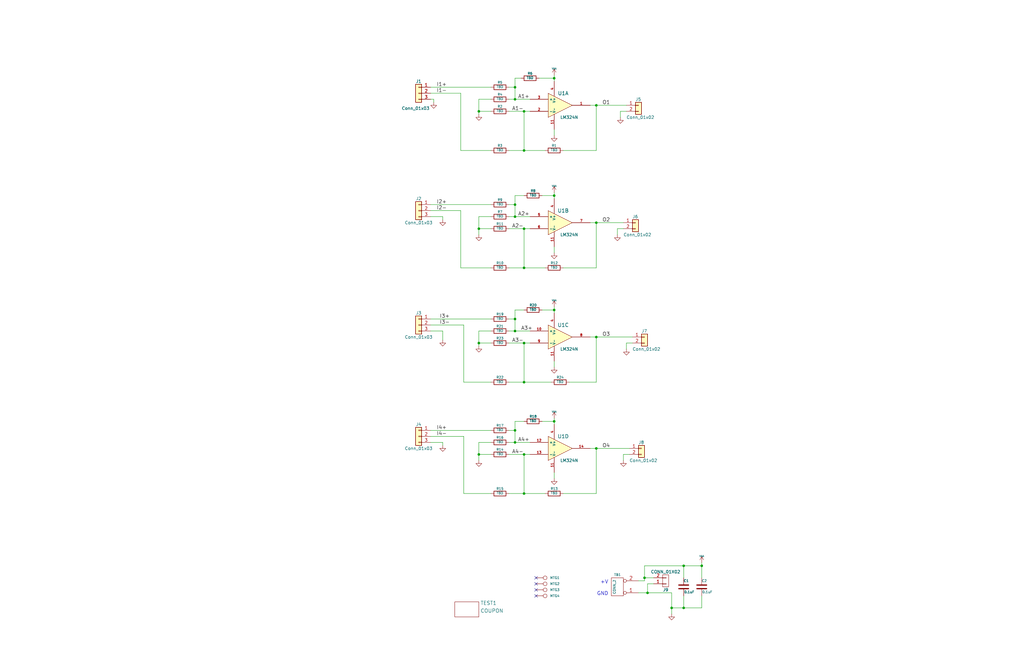
<source format=kicad_sch>
(kicad_sch (version 20211123) (generator eeschema)
  (paper "B")
  (title_block (title "UNI-OPAMP-04") (date "2022-07-29") (rev "1") (company "LAND BOARDS LLC"))
  (lib_symbols
    (symbol "Connector_Generic:Conn_01x02" (pin_names (offset 1.016) hide)
      (property "Reference" "J" (at 0 2.54 0))
      (property "Value" "Conn_01x02" (at 0 -5.08 0))
      (symbol "Conn_01x02_1_1"
        (rectangle (start -1.27 -2.413) (end 0 -2.667) (stroke (width 0.1524)))
        (rectangle (start -1.27 0.127) (end 0 -0.127) (stroke (width 0.1524)))
        (rectangle (start -1.27 1.27) (end 1.27 -3.81) (stroke (width 0.254)) (fill (type background)))
        (pin passive line (at -5.08 0 0) (length 3.81) (name "Pin_1") (number "1"))
        (pin passive line (at -5.08 -2.54 0) (length 3.81) (name "Pin_2") (number "2"))
      )
    )
    (symbol "Connector_Generic:Conn_01x03" (pin_names (offset 1.016) hide)
      (property "Reference" "J" (at 0 5.08 0))
      (property "Value" "Conn_01x03" (at 0 -5.08 0))
      (symbol "Conn_01x03_1_1"
        (rectangle (start -1.27 -2.413) (end 0 -2.667) (stroke (width 0.1524)))
        (rectangle (start -1.27 0.127) (end 0 -0.127) (stroke (width 0.1524)))
        (rectangle (start -1.27 2.667) (end 0 2.413) (stroke (width 0.1524)))
        (rectangle (start -1.27 3.81) (end 1.27 -3.81) (stroke (width 0.254)) (fill (type background)))
        (pin passive line (at -5.08 2.54 0) (length 3.81) (name "Pin_1") (number "1"))
        (pin passive line (at -5.08 0 0) (length 3.81) (name "Pin_2") (number "2"))
        (pin passive line (at -5.08 -2.54 0) (length 3.81) (name "Pin_3") (number "3"))
      )
    )
    (symbol "Device:C" (pin_numbers hide) (pin_names (offset 0.254))
      (property "Reference" "C" (at 0.635 2.54 0))
      (property "Value" "C" (at 0.635 -2.54 0))
      (symbol "C_0_1"
        (polyline (pts (xy -2.032 -0.762) (xy 2.032 -0.762)) (stroke (width 0.508)))
        (polyline (pts (xy -2.032 0.762) (xy 2.032 0.762)) (stroke (width 0.508)))
      )
      (symbol "C_1_1"
        (pin passive line (at 0 3.81 270) (length 2.794) (name "~") (number "1"))
        (pin passive line (at 0 -3.81 90) (length 2.794) (name "~") (number "2"))
      )
    )
    (symbol "Device:R" (pin_numbers hide) (pin_names (offset 0))
      (property "Reference" "R" (at 2.032 0 90))
      (property "Value" "R" (at 0 0 90))
      (symbol "R_0_1"
        (rectangle (start -1.016 -2.54) (end 1.016 2.54) (stroke (width 0.254)))
      )
      (symbol "R_1_1"
        (pin passive line (at 0 3.81 270) (length 1.27) (name "~") (number "1"))
        (pin passive line (at 0 -3.81 90) (length 1.27) (name "~") (number "2"))
      )
    )
    (symbol "LandBoards:COUPON" (pin_names (offset 1.016))
      (property "Reference" "COUP?" (at 0 0 0))
      (property "Value" "COUPON" (at 0 0 0))
      (symbol "COUPON_0_1"
        (rectangle (start -5.08 0) (end 5.08 6.35))
      )
    )
    (symbol "UNI-OPAMP-08-rescue:CONN_01X02" (pin_names (offset 1.016) hide)
      (property "Reference" "P" (at 0 3.81 0))
      (property "Value" "CONN_01X02" (at 2.54 0 90))
      (symbol "CONN_01X02_0_1"
        (rectangle (start -1.27 -1.143) (end 0.254 -1.397))
        (rectangle (start -1.27 1.397) (end 0.254 1.143))
        (rectangle (start -1.27 2.54) (end 1.27 -2.54))
      )
      (symbol "CONN_01X02_1_1"
        (pin passive line (at -5.08 1.27 0) (length 3.81) (name "P1") (number "1"))
        (pin passive line (at -5.08 -1.27 0) (length 3.81) (name "P2") (number "2"))
      )
    )
    (symbol "UNI-OPAMP-08-rescue:CONN_1" (pin_numbers hide) (pin_names (offset 0.762) hide)
      (property "Reference" "P" (at 2.032 0 0))
      (symbol "CONN_1_0_1"
        (polyline (pts (xy -0.762 0) (xy -1.27 0)))
        (circle (center 0 0) (radius 0.7874))
      )
      (symbol "CONN_1_1_1"
        (pin passive line (at -3.81 0 0) (length 2.54) (name "1") (number "1"))
      )
    )
    (symbol "UNI-OPAMP-08-rescue:CONN_2" (pin_names (offset 1.016) hide)
      (property "Reference" "P" (at -1.27 0 90))
      (property "Value" "CONN_2" (at 1.27 0 90))
      (symbol "CONN_2_0_1"
        (rectangle (start -2.54 3.81) (end 2.54 -3.81))
      )
      (symbol "CONN_2_1_1"
        (pin passive inverted (at -8.89 2.54 0) (length 6.35) (name "P1") (number "1"))
        (pin passive inverted (at -8.89 -2.54 0) (length 6.35) (name "PM") (number "2"))
      )
    )
    (symbol "UNI-OPAMP-08-rescue:LM324N"
      (property "Reference" "U" (at 1.27 5.08 0))
      (property "Value" "LM324N" (at 3.81 -5.08 0))
      (symbol "LM324N_0_1"
        (polyline (pts (xy -5.08 5.08) (xy 5.08 0) (xy -5.08 -5.08) (xy -5.08 5.08)) (stroke (width 0.1524)) (fill (type background)))
        (pin power_in line (at -2.54 -10.16 90) (length 6.35) (name "V-") (number "11"))
        (pin power_in line (at -2.54 10.16 270) (length 6.35) (name "V+") (number "4"))
      )
      (symbol "LM324N_1_1"
        (pin output line (at 12.7 0 180) (length 7.62) (name "~") (number "1"))
        (pin input line (at -12.7 -2.54 0) (length 7.62) (name "-") (number "2"))
        (pin input line (at -12.7 2.54 0) (length 7.62) (name "+") (number "3"))
      )
      (symbol "LM324N_2_1"
        (pin input line (at -12.7 2.54 0) (length 7.62) (name "+") (number "5"))
        (pin input line (at -12.7 -2.54 0) (length 7.62) (name "-") (number "6"))
        (pin output line (at 12.7 0 180) (length 7.62) (name "~") (number "7"))
      )
      (symbol "LM324N_3_1"
        (pin input line (at -12.7 2.54 0) (length 7.62) (name "+") (number "10"))
        (pin output line (at 12.7 0 180) (length 7.62) (name "~") (number "8"))
        (pin input line (at -12.7 -2.54 0) (length 7.62) (name "-") (number "9"))
      )
      (symbol "LM324N_4_1"
        (pin input line (at -12.7 2.54 0) (length 7.62) (name "+") (number "12"))
        (pin input line (at -12.7 -2.54 0) (length 7.62) (name "-") (number "13"))
        (pin output line (at 12.7 0 180) (length 7.62) (name "~") (number "14"))
      )
    )
    (symbol "power:GND" (power) (pin_names (offset 0))
      (property "Value" "GND" (at 0 -3.81 0))
      (symbol "GND_0_1"
        (polyline (pts (xy 0 0) (xy 0 -1.27) (xy 1.27 -1.27) (xy 0 -2.54) (xy -1.27 -1.27) (xy 0 -1.27)))
      )
      (symbol "GND_1_1"
        (pin power_in line (at 0 0 270) (length 0) hide (name "GND") (number "1"))
      )
    )
    (symbol "power:VAA" (power) (pin_names (offset 0))
      (property "Value" "VAA" (at 0 3.81 0))
      (symbol "VAA_0_1"
        (polyline (pts (xy -0.762 1.27) (xy 0 2.54)))
        (polyline (pts (xy 0 0) (xy 0 2.54)))
        (polyline (pts (xy 0 2.54) (xy 0.762 1.27)))
      )
      (symbol "VAA_1_1"
        (pin power_in line (at 0 0 90) (length 0) hide (name "VAA") (number "1"))
      )
    )
  )
  (junction (at 201.93 191.77))
  (junction (at 283.21 256.54))
  (junction (at 201.93 144.78))
  (junction (at 220.98 63.5))
  (junction (at 217.17 41.91))
  (junction (at 220.98 161.29))
  (junction (at 288.29 256.54))
  (junction (at 233.68 82.55))
  (junction (at 220.98 144.78))
  (junction (at 251.46 93.98))
  (junction (at 217.17 91.44))
  (junction (at 220.98 46.99))
  (junction (at 220.98 113.03))
  (junction (at 217.17 134.62))
  (junction (at 217.17 86.36))
  (junction (at 220.98 208.28))
  (junction (at 217.17 139.7))
  (junction (at 271.78 243.84))
  (junction (at 288.29 238.76))
  (junction (at 251.46 44.45))
  (junction (at 217.17 186.69))
  (junction (at 295.91 238.76))
  (junction (at 233.68 177.8))
  (junction (at 201.93 46.99))
  (junction (at 251.46 142.24))
  (junction (at 251.46 189.23))
  (junction (at 233.68 130.81))
  (junction (at 220.98 96.52))
  (junction (at 201.93 96.52))
  (junction (at 217.17 36.83))
  (junction (at 233.68 33.02))
  (junction (at 220.98 191.77))
  (junction (at 217.17 181.61))
  (junction (at 273.05 250.19))
  (no_connect (at 226.06 246.38))
  (no_connect (at 226.06 248.92))
  (no_connect (at 226.06 243.84))
  (no_connect (at 226.06 251.46))
  (wire (pts (xy 251.46 93.98) (xy 251.46 113.03)))
  (wire (pts (xy 214.63 96.52) (xy 220.98 96.52)))
  (wire (pts (xy 295.91 237.49) (xy 295.91 238.76)))
  (wire (pts (xy 220.98 113.03) (xy 229.87 113.03)))
  (wire (pts (xy 251.46 44.45) (xy 251.46 63.5)))
  (wire (pts (xy 181.61 88.9) (xy 194.31 88.9)))
  (wire (pts (xy 207.01 96.52) (xy 201.93 96.52)))
  (wire (pts (xy 283.21 256.54) (xy 283.21 259.08)))
  (wire (pts (xy 217.17 36.83) (xy 217.17 41.91)))
  (wire (pts (xy 201.93 191.77) (xy 201.93 194.31)))
  (wire (pts (xy 295.91 256.54) (xy 295.91 251.46)))
  (wire (pts (xy 264.16 46.99) (xy 261.62 46.99)))
  (wire (pts (xy 217.17 177.8) (xy 217.17 181.61)))
  (wire (pts (xy 207.01 46.99) (xy 201.93 46.99)))
  (wire (pts (xy 251.46 93.98) (xy 262.89 93.98)))
  (wire (pts (xy 233.68 104.14) (xy 233.68 106.68)))
  (wire (pts (xy 217.17 130.81) (xy 220.98 130.81)))
  (wire (pts (xy 261.62 46.99) (xy 261.62 49.53)))
  (wire (pts (xy 273.05 246.38) (xy 273.05 250.19)))
  (wire (pts (xy 251.46 189.23) (xy 265.43 189.23)))
  (wire (pts (xy 275.59 246.38) (xy 273.05 246.38)))
  (wire (pts (xy 201.93 41.91) (xy 201.93 46.99)))
  (wire (pts (xy 217.17 33.02) (xy 217.17 36.83)))
  (wire (pts (xy 214.63 208.28) (xy 220.98 208.28)))
  (wire (pts (xy 207.01 41.91) (xy 201.93 41.91)))
  (wire (pts (xy 214.63 186.69) (xy 217.17 186.69)))
  (wire (pts (xy 288.29 251.46) (xy 288.29 256.54)))
  (wire (pts (xy 217.17 91.44) (xy 223.52 91.44)))
  (wire (pts (xy 195.58 184.15) (xy 195.58 208.28)))
  (wire (pts (xy 264.16 144.78) (xy 264.16 147.32)))
  (wire (pts (xy 227.33 33.02) (xy 233.68 33.02)))
  (wire (pts (xy 262.89 191.77) (xy 262.89 194.31)))
  (wire (pts (xy 233.68 33.02) (xy 233.68 34.29)))
  (wire (pts (xy 217.17 134.62) (xy 214.63 134.62)))
  (wire (pts (xy 220.98 208.28) (xy 229.87 208.28)))
  (wire (pts (xy 214.63 144.78) (xy 220.98 144.78)))
  (wire (pts (xy 271.78 243.84) (xy 271.78 238.76)))
  (wire (pts (xy 273.05 250.19) (xy 283.21 250.19)))
  (wire (pts (xy 217.17 134.62) (xy 217.17 139.7)))
  (wire (pts (xy 233.68 177.8) (xy 233.68 179.07)))
  (wire (pts (xy 214.63 63.5) (xy 220.98 63.5)))
  (wire (pts (xy 195.58 161.29) (xy 207.01 161.29)))
  (wire (pts (xy 186.69 186.69) (xy 186.69 187.96)))
  (wire (pts (xy 217.17 186.69) (xy 223.52 186.69)))
  (wire (pts (xy 233.68 130.81) (xy 233.68 132.08)))
  (wire (pts (xy 207.01 181.61) (xy 181.61 181.61)))
  (wire (pts (xy 214.63 113.03) (xy 220.98 113.03)))
  (wire (pts (xy 201.93 46.99) (xy 201.93 48.26)))
  (wire (pts (xy 288.29 243.84) (xy 288.29 238.76)))
  (wire (pts (xy 271.78 245.11) (xy 271.78 243.84)))
  (wire (pts (xy 251.46 161.29) (xy 240.03 161.29)))
  (wire (pts (xy 269.24 250.19) (xy 273.05 250.19)))
  (wire (pts (xy 182.88 41.91) (xy 182.88 43.18)))
  (wire (pts (xy 248.92 93.98) (xy 251.46 93.98)))
  (wire (pts (xy 251.46 208.28) (xy 237.49 208.28)))
  (wire (pts (xy 217.17 139.7) (xy 223.52 139.7)))
  (wire (pts (xy 233.68 130.81) (xy 228.6 130.81)))
  (wire (pts (xy 220.98 161.29) (xy 232.41 161.29)))
  (wire (pts (xy 214.63 139.7) (xy 217.17 139.7)))
  (wire (pts (xy 207.01 139.7) (xy 201.93 139.7)))
  (wire (pts (xy 220.98 191.77) (xy 223.52 191.77)))
  (wire (pts (xy 181.61 39.37) (xy 194.31 39.37)))
  (wire (pts (xy 233.68 199.39) (xy 233.68 201.93)))
  (wire (pts (xy 201.93 144.78) (xy 201.93 146.05)))
  (wire (pts (xy 201.93 186.69) (xy 201.93 191.77)))
  (wire (pts (xy 181.61 184.15) (xy 195.58 184.15)))
  (wire (pts (xy 194.31 39.37) (xy 194.31 63.5)))
  (wire (pts (xy 214.63 46.99) (xy 220.98 46.99)))
  (wire (pts (xy 233.68 82.55) (xy 228.6 82.55)))
  (wire (pts (xy 207.01 36.83) (xy 181.61 36.83)))
  (wire (pts (xy 194.31 63.5) (xy 207.01 63.5)))
  (wire (pts (xy 195.58 208.28) (xy 207.01 208.28)))
  (wire (pts (xy 266.7 144.78) (xy 264.16 144.78)))
  (wire (pts (xy 207.01 144.78) (xy 201.93 144.78)))
  (wire (pts (xy 220.98 161.29) (xy 220.98 144.78)))
  (wire (pts (xy 217.17 82.55) (xy 217.17 86.36)))
  (wire (pts (xy 207.01 91.44) (xy 201.93 91.44)))
  (wire (pts (xy 283.21 250.19) (xy 283.21 256.54)))
  (wire (pts (xy 220.98 63.5) (xy 220.98 46.99)))
  (wire (pts (xy 220.98 63.5) (xy 229.87 63.5)))
  (wire (pts (xy 181.61 186.69) (xy 186.69 186.69)))
  (wire (pts (xy 181.61 137.16) (xy 195.58 137.16)))
  (wire (pts (xy 219.71 33.02) (xy 217.17 33.02)))
  (wire (pts (xy 217.17 86.36) (xy 214.63 86.36)))
  (wire (pts (xy 217.17 181.61) (xy 214.63 181.61)))
  (wire (pts (xy 288.29 238.76) (xy 295.91 238.76)))
  (wire (pts (xy 251.46 44.45) (xy 264.16 44.45)))
  (wire (pts (xy 233.68 81.28) (xy 233.68 82.55)))
  (wire (pts (xy 207.01 191.77) (xy 201.93 191.77)))
  (wire (pts (xy 201.93 91.44) (xy 201.93 96.52)))
  (wire (pts (xy 214.63 41.91) (xy 217.17 41.91)))
  (wire (pts (xy 207.01 86.36) (xy 181.61 86.36)))
  (wire (pts (xy 186.69 139.7) (xy 186.69 143.51)))
  (wire (pts (xy 181.61 139.7) (xy 186.69 139.7)))
  (wire (pts (xy 207.01 186.69) (xy 201.93 186.69)))
  (wire (pts (xy 248.92 189.23) (xy 251.46 189.23)))
  (wire (pts (xy 194.31 88.9) (xy 194.31 113.03)))
  (wire (pts (xy 251.46 142.24) (xy 266.7 142.24)))
  (wire (pts (xy 214.63 191.77) (xy 220.98 191.77)))
  (wire (pts (xy 233.68 31.75) (xy 233.68 33.02)))
  (wire (pts (xy 214.63 161.29) (xy 220.98 161.29)))
  (wire (pts (xy 233.68 54.61) (xy 233.68 57.15)))
  (wire (pts (xy 207.01 134.62) (xy 181.61 134.62)))
  (wire (pts (xy 214.63 91.44) (xy 217.17 91.44)))
  (wire (pts (xy 248.92 142.24) (xy 251.46 142.24)))
  (wire (pts (xy 233.68 129.54) (xy 233.68 130.81)))
  (wire (pts (xy 233.68 82.55) (xy 233.68 83.82)))
  (wire (pts (xy 217.17 36.83) (xy 214.63 36.83)))
  (wire (pts (xy 220.98 144.78) (xy 223.52 144.78)))
  (wire (pts (xy 195.58 137.16) (xy 195.58 161.29)))
  (wire (pts (xy 220.98 96.52) (xy 223.52 96.52)))
  (wire (pts (xy 220.98 208.28) (xy 220.98 191.77)))
  (wire (pts (xy 186.69 91.44) (xy 186.69 92.71)))
  (wire (pts (xy 228.6 177.8) (xy 233.68 177.8)))
  (wire (pts (xy 233.68 152.4) (xy 233.68 154.94)))
  (wire (pts (xy 217.17 82.55) (xy 220.98 82.55)))
  (wire (pts (xy 295.91 243.84) (xy 295.91 238.76)))
  (wire (pts (xy 251.46 113.03) (xy 237.49 113.03)))
  (wire (pts (xy 217.17 177.8) (xy 220.98 177.8)))
  (wire (pts (xy 288.29 256.54) (xy 295.91 256.54)))
  (wire (pts (xy 260.35 96.52) (xy 260.35 99.06)))
  (wire (pts (xy 181.61 41.91) (xy 182.88 41.91)))
  (wire (pts (xy 217.17 41.91) (xy 223.52 41.91)))
  (wire (pts (xy 251.46 63.5) (xy 237.49 63.5)))
  (wire (pts (xy 201.93 96.52) (xy 201.93 99.06)))
  (wire (pts (xy 220.98 46.99) (xy 223.52 46.99)))
  (wire (pts (xy 262.89 96.52) (xy 260.35 96.52)))
  (wire (pts (xy 265.43 191.77) (xy 262.89 191.77)))
  (wire (pts (xy 220.98 113.03) (xy 220.98 96.52)))
  (wire (pts (xy 194.31 113.03) (xy 207.01 113.03)))
  (wire (pts (xy 251.46 142.24) (xy 251.46 161.29)))
  (wire (pts (xy 283.21 256.54) (xy 288.29 256.54)))
  (wire (pts (xy 217.17 130.81) (xy 217.17 134.62)))
  (wire (pts (xy 201.93 139.7) (xy 201.93 144.78)))
  (wire (pts (xy 251.46 189.23) (xy 251.46 208.28)))
  (wire (pts (xy 275.59 243.84) (xy 271.78 243.84)))
  (wire (pts (xy 271.78 238.76) (xy 288.29 238.76)))
  (wire (pts (xy 181.61 91.44) (xy 186.69 91.44)))
  (wire (pts (xy 217.17 86.36) (xy 217.17 91.44)))
  (wire (pts (xy 269.24 245.11) (xy 271.78 245.11)))
  (wire (pts (xy 217.17 181.61) (xy 217.17 186.69)))
  (wire (pts (xy 233.68 176.53) (xy 233.68 177.8)))
  (wire (pts (xy 248.92 44.45) (xy 251.46 44.45)))
  (text "+V\n\nGND" (at 256.54 251.46 180) (effects (font (size 1.524 1.524)) (justify right bottom)))
  (label "A3+" (at 219.71 139.7 0) (effects (font (size 1.524 1.524))))
  (label "A4+" (at 218.44 186.69 0) (effects (font (size 1.524 1.524))))
  (label "I1+" (at 184.15 36.83 0) (effects (font (size 1.524 1.524))))
  (label "A3-" (at 215.9 144.78 0) (effects (font (size 1.524 1.524))))
  (label "O3" (at 254 142.24 0) (effects (font (size 1.524 1.524))))
  (label "O4" (at 254 189.23 0) (effects (font (size 1.524 1.524))))
  (label "I2+" (at 184.15 86.36 0) (effects (font (size 1.524 1.524))))
  (label "I4-" (at 184.15 184.15 0) (effects (font (size 1.524 1.524))))
  (label "A1-" (at 215.9 46.99 0) (effects (font (size 1.524 1.524))))
  (label "O1" (at 254 44.45 0) (effects (font (size 1.524 1.524))))
  (label "A2+" (at 218.44 91.44 0) (effects (font (size 1.524 1.524))))
  (label "A2-" (at 215.9 96.52 0) (effects (font (size 1.524 1.524))))
  (label "I3-" (at 185.42 137.16 0) (effects (font (size 1.524 1.524))))
  (label "A4-" (at 215.9 191.77 0) (effects (font (size 1.524 1.524))))
  (label "A1+" (at 218.44 41.91 0) (effects (font (size 1.524 1.524))))
  (label "I1-" (at 184.15 39.37 0) (effects (font (size 1.524 1.524))))
  (label "I4+" (at 184.15 181.61 0) (effects (font (size 1.524 1.524))))
  (label "I3+" (at 185.42 134.62 0) (effects (font (size 1.524 1.524))))
  (label "O2" (at 254 93.98 0) (effects (font (size 1.524 1.524))))
  (label "I2-" (at 184.15 88.9 0) (effects (font (size 1.524 1.524))))
  (symbol (lib_id "UNI-OPAMP-08-rescue:CONN_1") (at 229.87 251.46 0) (unit 1)
    (property "Reference" "MTG4" (at 231.902 251.46 0) (effects (font (size 1.016 1.016)) (justify left)))
    (property "Value" "CONN_1" (effects hide))
    (property "Footprint" "MTG-4-40" (effects hide))
  )
  (symbol (lib_id "UNI-OPAMP-08-rescue:CONN_1") (at 229.87 248.92 0) (unit 1)
    (property "Reference" "MTG3" (at 231.902 248.92 0) (effects (font (size 1.016 1.016)) (justify left)))
    (property "Value" "CONN_1" (effects hide))
    (property "Footprint" "MTG-4-40" (effects hide))
  )
  (symbol (lib_id "UNI-OPAMP-08-rescue:CONN_1") (at 229.87 246.38 0) (unit 1)
    (property "Reference" "MTG2" (at 231.902 246.38 0) (effects (font (size 1.016 1.016)) (justify left)))
    (property "Value" "CONN_1" (effects hide))
    (property "Footprint" "MTG-4-40" (effects hide))
  )
  (symbol (lib_id "UNI-OPAMP-08-rescue:CONN_1") (at 229.87 243.84 0) (unit 1)
    (property "Reference" "MTG1" (at 231.902 243.84 0) (effects (font (size 1.016 1.016)) (justify left)))
    (property "Value" "CONN_1" (effects hide))
    (property "Footprint" "MTG-4-40" (effects hide))
  )
  (symbol (lib_id "UNI-OPAMP-08-rescue:LM324N") (at 236.22 93.98 0) (unit 2)
    (property "Reference" "U1" (at 237.49 88.9 0) (effects (font (size 1.524 1.524))))
    (property "Value" "LM324N" (at 240.03 99.06 0))
    (property "Footprint" "Package_DIP:DIP-14_W7.62mm_Socket" (effects hide))
  )
  (symbol (lib_id "UNI-OPAMP-08-rescue:LM324N") (at 236.22 44.45 0) (unit 1)
    (property "Reference" "U1" (at 237.49 39.37 0) (effects (font (size 1.524 1.524))))
    (property "Value" "LM324N" (at 240.03 49.53 0))
    (property "Footprint" "Package_DIP:DIP-14_W7.62mm_Socket" (effects hide))
  )
  (symbol (lib_id "UNI-OPAMP-08-rescue:CONN_2") (at 260.35 247.65 180) (unit 1)
    (property "Reference" "TB1" (at 260.35 242.57 0) (effects (font (size 1.016 1.016))))
    (property "Value" "CONN_2" (at 259.08 247.65 90) (effects (font (size 1.016 1.016))))
    (property "Footprint" "dougsLib:TB2-5MM" (effects hide))
  )
  (symbol (lib_id "power:GND") (at 233.68 57.15 0) (unit 1)
    (property "Reference" "#PWR03" (effects hide))
    (property "Value" "GND" (effects hide))
  )
  (symbol (lib_id "power:GND") (at 233.68 106.68 0) (unit 1)
    (property "Reference" "#PWR04" (effects hide))
    (property "Value" "GND" (effects hide))
  )
  (symbol (lib_id "Device:C") (at 288.29 247.65 0) (unit 1)
    (property "Reference" "C1" (at 288.29 245.11 0) (effects (font (size 1.016 1.016)) (justify left)))
    (property "Value" "0.1uF" (at 288.4424 249.809 0) (effects (font (size 1.016 1.016)) (justify left)))
    (property "Footprint" "Capacitor_THT:C_Rect_L4.0mm_W2.5mm_P2.50mm" (effects hide))
  )
  (symbol (lib_id "Device:C") (at 295.91 247.65 0) (unit 1)
    (property "Reference" "C2" (at 295.91 245.11 0) (effects (font (size 1.016 1.016)) (justify left)))
    (property "Value" "0.1uF" (at 296.0624 249.809 0) (effects (font (size 1.016 1.016)) (justify left)))
    (property "Footprint" "Capacitor_THT:C_Rect_L4.0mm_W2.5mm_P2.50mm" (effects hide))
  )
  (symbol (lib_id "power:GND") (at 283.21 259.08 0) (unit 1)
    (property "Reference" "#PWR05" (effects hide))
    (property "Value" "GND" (effects hide))
  )
  (symbol (lib_id "power:VAA") (at 295.91 237.49 0) (unit 1)
    (property "Reference" "#PWR06" (effects hide))
    (property "Value" "VAA" (at 295.91 234.696 0) (effects (font (size 0.762 0.762))))
  )
  (symbol (lib_id "power:VAA") (at 233.68 31.75 0) (unit 1)
    (property "Reference" "#PWR07" (effects hide))
    (property "Value" "VAA" (at 233.68 28.956 0) (effects (font (size 0.762 0.762))))
  )
  (symbol (lib_id "power:VAA") (at 233.68 81.28 0) (unit 1)
    (property "Reference" "#PWR08" (effects hide))
    (property "Value" "VAA" (at 233.68 78.486 0) (effects (font (size 0.762 0.762))))
  )
  (symbol (lib_id "Device:R") (at 233.68 63.5 90) (unit 1)
    (property "Reference" "R1" (at 233.68 61.468 90) (effects (font (size 1.016 1.016))))
    (property "Value" "TBD" (at 233.6546 63.3222 90) (effects (font (size 1.016 1.016))))
    (property "Footprint" "Resistor_THT:R_Axial_DIN0204_L3.6mm_D1.6mm_P7.62mm_Horizontal" (effects hide))
  )
  (symbol (lib_id "Device:R") (at 210.82 63.5 90) (unit 1)
    (property "Reference" "R3" (at 210.82 61.468 90) (effects (font (size 1.016 1.016))))
    (property "Value" "TBD" (at 210.7946 63.3222 90) (effects (font (size 1.016 1.016))))
    (property "Footprint" "Resistor_THT:R_Axial_DIN0204_L3.6mm_D1.6mm_P7.62mm_Horizontal" (effects hide))
  )
  (symbol (lib_id "Device:R") (at 233.68 113.03 90) (unit 1)
    (property "Reference" "R12" (at 233.68 110.998 90) (effects (font (size 1.016 1.016))))
    (property "Value" "TBD" (at 233.6546 112.8522 90) (effects (font (size 1.016 1.016))))
    (property "Footprint" "Resistor_THT:R_Axial_DIN0204_L3.6mm_D1.6mm_P7.62mm_Horizontal" (effects hide))
  )
  (symbol (lib_id "Device:R") (at 210.82 113.03 90) (unit 1)
    (property "Reference" "R10" (at 210.82 110.998 90) (effects (font (size 1.016 1.016))))
    (property "Value" "TBD" (at 210.7946 112.8522 90) (effects (font (size 1.016 1.016))))
    (property "Footprint" "Resistor_THT:R_Axial_DIN0204_L3.6mm_D1.6mm_P7.62mm_Horizontal" (effects hide))
  )
  (symbol (lib_id "power:GND") (at 201.93 48.26 0) (unit 1)
    (property "Reference" "#PWR013" (effects hide))
    (property "Value" "GND" (effects hide))
  )
  (symbol (lib_id "Device:R") (at 210.82 36.83 90) (unit 1)
    (property "Reference" "R5" (at 210.82 34.798 90) (effects (font (size 1.016 1.016))))
    (property "Value" "TBD" (at 210.7946 36.6522 90) (effects (font (size 1.016 1.016))))
    (property "Footprint" "Resistor_THT:R_Axial_DIN0204_L3.6mm_D1.6mm_P7.62mm_Horizontal" (effects hide))
  )
  (symbol (lib_id "Device:R") (at 210.82 41.91 90) (unit 1)
    (property "Reference" "R4" (at 210.82 39.878 90) (effects (font (size 1.016 1.016))))
    (property "Value" "TBD" (at 210.7946 41.7322 90) (effects (font (size 1.016 1.016))))
    (property "Footprint" "Resistor_THT:R_Axial_DIN0204_L3.6mm_D1.6mm_P7.62mm_Horizontal" (effects hide))
  )
  (symbol (lib_id "power:GND") (at 201.93 99.06 0) (unit 1)
    (property "Reference" "#PWR014" (effects hide))
    (property "Value" "GND" (effects hide))
  )
  (symbol (lib_id "Device:R") (at 210.82 86.36 90) (unit 1)
    (property "Reference" "R9" (at 210.82 84.328 90) (effects (font (size 1.016 1.016))))
    (property "Value" "TBD" (at 210.7946 86.1822 90) (effects (font (size 1.016 1.016))))
    (property "Footprint" "Resistor_THT:R_Axial_DIN0204_L3.6mm_D1.6mm_P7.62mm_Horizontal" (effects hide))
  )
  (symbol (lib_id "Device:R") (at 210.82 91.44 90) (unit 1)
    (property "Reference" "R7" (at 210.82 89.408 90) (effects (font (size 1.016 1.016))))
    (property "Value" "TBD" (at 210.7946 91.2622 90) (effects (font (size 1.016 1.016))))
    (property "Footprint" "Resistor_THT:R_Axial_DIN0204_L3.6mm_D1.6mm_P7.62mm_Horizontal" (effects hide))
  )
  (symbol (lib_id "Device:R") (at 210.82 46.99 90) (unit 1)
    (property "Reference" "R2" (at 210.82 44.958 90) (effects (font (size 1.016 1.016))))
    (property "Value" "TBD" (at 210.7946 46.8122 90) (effects (font (size 1.016 1.016))))
    (property "Footprint" "Resistor_THT:R_Axial_DIN0204_L3.6mm_D1.6mm_P7.62mm_Horizontal" (effects hide))
  )
  (symbol (lib_id "Device:R") (at 210.82 96.52 90) (unit 1)
    (property "Reference" "R11" (at 210.82 94.488 90) (effects (font (size 1.016 1.016))))
    (property "Value" "TBD" (at 210.7946 96.3422 90) (effects (font (size 1.016 1.016))))
    (property "Footprint" "Resistor_THT:R_Axial_DIN0204_L3.6mm_D1.6mm_P7.62mm_Horizontal" (effects hide))
  )
  (symbol (lib_id "power:GND") (at 182.88 43.18 0) (unit 1)
    (property "Reference" "#PWR016" (effects hide))
    (property "Value" "GND" (effects hide))
  )
  (symbol (lib_id "power:GND") (at 186.69 92.71 0) (unit 1)
    (property "Reference" "#PWR018" (effects hide))
    (property "Value" "GND" (effects hide))
  )
  (symbol (lib_id "UNI-OPAMP-08-rescue:LM324N") (at 236.22 189.23 0) (unit 4)
    (property "Reference" "U1" (at 237.49 184.15 0) (effects (font (size 1.524 1.524))))
    (property "Value" "LM324N" (at 240.03 194.31 0))
    (property "Footprint" "Package_DIP:DIP-14_W7.62mm_Socket" (effects hide))
  )
  (symbol (lib_id "UNI-OPAMP-08-rescue:LM324N") (at 236.22 142.24 0) (unit 3)
    (property "Reference" "U1" (at 237.49 137.16 0) (effects (font (size 1.524 1.524))))
    (property "Value" "LM324N" (at 240.03 147.32 0))
    (property "Footprint" "Package_DIP:DIP-14_W7.62mm_Socket" (effects hide))
  )
  (symbol (lib_id "power:GND") (at 233.68 154.94 0) (unit 1)
    (property "Reference" "#PWR021" (effects hide))
    (property "Value" "GND" (effects hide))
  )
  (symbol (lib_id "power:GND") (at 233.68 201.93 0) (unit 1)
    (property "Reference" "#PWR022" (effects hide))
    (property "Value" "GND" (effects hide))
  )
  (symbol (lib_id "power:VAA") (at 233.68 129.54 0) (unit 1)
    (property "Reference" "#PWR023" (effects hide))
    (property "Value" "VAA" (at 233.68 126.746 0) (effects (font (size 0.762 0.762))))
  )
  (symbol (lib_id "power:VAA") (at 233.68 176.53 0) (unit 1)
    (property "Reference" "#PWR024" (effects hide))
    (property "Value" "VAA" (at 233.68 173.736 0) (effects (font (size 0.762 0.762))))
  )
  (symbol (lib_id "Device:R") (at 236.22 161.29 90) (unit 1)
    (property "Reference" "R24" (at 236.22 159.258 90) (effects (font (size 1.016 1.016))))
    (property "Value" "TBD" (at 236.1946 161.1122 90) (effects (font (size 1.016 1.016))))
    (property "Footprint" "Resistor_THT:R_Axial_DIN0204_L3.6mm_D1.6mm_P7.62mm_Horizontal" (effects hide))
  )
  (symbol (lib_id "Device:R") (at 210.82 161.29 90) (unit 1)
    (property "Reference" "R22" (at 210.82 159.258 90) (effects (font (size 1.016 1.016))))
    (property "Value" "TBD" (at 210.7946 161.1122 90) (effects (font (size 1.016 1.016))))
    (property "Footprint" "Resistor_THT:R_Axial_DIN0204_L3.6mm_D1.6mm_P7.62mm_Horizontal" (effects hide))
  )
  (symbol (lib_id "Device:R") (at 233.68 208.28 90) (unit 1)
    (property "Reference" "R13" (at 233.68 206.248 90) (effects (font (size 1.016 1.016))))
    (property "Value" "TBD" (at 233.6546 208.1022 90) (effects (font (size 1.016 1.016))))
    (property "Footprint" "Resistor_THT:R_Axial_DIN0204_L3.6mm_D1.6mm_P7.62mm_Horizontal" (effects hide))
  )
  (symbol (lib_id "Device:R") (at 210.82 208.28 90) (unit 1)
    (property "Reference" "R15" (at 210.82 206.248 90) (effects (font (size 1.016 1.016))))
    (property "Value" "TBD" (at 210.7946 208.1022 90) (effects (font (size 1.016 1.016))))
    (property "Footprint" "Resistor_THT:R_Axial_DIN0204_L3.6mm_D1.6mm_P7.62mm_Horizontal" (effects hide))
  )
  (symbol (lib_id "power:GND") (at 201.93 146.05 0) (unit 1)
    (property "Reference" "#PWR029" (effects hide))
    (property "Value" "GND" (effects hide))
  )
  (symbol (lib_id "Device:R") (at 210.82 134.62 90) (unit 1)
    (property "Reference" "R19" (at 210.82 132.588 90) (effects (font (size 1.016 1.016))))
    (property "Value" "TBD" (at 210.7946 134.4422 90) (effects (font (size 1.016 1.016))))
    (property "Footprint" "Resistor_THT:R_Axial_DIN0204_L3.6mm_D1.6mm_P7.62mm_Horizontal" (effects hide))
  )
  (symbol (lib_id "Device:R") (at 210.82 139.7 90) (unit 1)
    (property "Reference" "R21" (at 210.82 137.668 90) (effects (font (size 1.016 1.016))))
    (property "Value" "TBD" (at 210.7946 139.5222 90) (effects (font (size 1.016 1.016))))
    (property "Footprint" "Resistor_THT:R_Axial_DIN0204_L3.6mm_D1.6mm_P7.62mm_Horizontal" (effects hide))
  )
  (symbol (lib_id "power:GND") (at 201.93 194.31 0) (unit 1)
    (property "Reference" "#PWR030" (effects hide))
    (property "Value" "GND" (effects hide))
  )
  (symbol (lib_id "Device:R") (at 210.82 181.61 90) (unit 1)
    (property "Reference" "R17" (at 210.82 179.578 90) (effects (font (size 1.016 1.016))))
    (property "Value" "TBD" (at 210.7946 181.4322 90) (effects (font (size 1.016 1.016))))
    (property "Footprint" "Resistor_THT:R_Axial_DIN0204_L3.6mm_D1.6mm_P7.62mm_Horizontal" (effects hide))
  )
  (symbol (lib_id "Device:R") (at 210.82 186.69 90) (unit 1)
    (property "Reference" "R16" (at 210.82 184.658 90) (effects (font (size 1.016 1.016))))
    (property "Value" "TBD" (at 210.7946 186.5122 90) (effects (font (size 1.016 1.016))))
    (property "Footprint" "Resistor_THT:R_Axial_DIN0204_L3.6mm_D1.6mm_P7.62mm_Horizontal" (effects hide))
  )
  (symbol (lib_id "Device:R") (at 210.82 144.78 90) (unit 1)
    (property "Reference" "R23" (at 210.82 142.748 90) (effects (font (size 1.016 1.016))))
    (property "Value" "TBD" (at 210.7946 144.6022 90) (effects (font (size 1.016 1.016))))
    (property "Footprint" "Resistor_THT:R_Axial_DIN0204_L3.6mm_D1.6mm_P7.62mm_Horizontal" (effects hide))
  )
  (symbol (lib_id "Device:R") (at 210.82 191.77 90) (unit 1)
    (property "Reference" "R14" (at 210.82 189.738 90) (effects (font (size 1.016 1.016))))
    (property "Value" "TBD" (at 210.7946 191.5922 90) (effects (font (size 1.016 1.016))))
    (property "Footprint" "Resistor_THT:R_Axial_DIN0204_L3.6mm_D1.6mm_P7.62mm_Horizontal" (effects hide))
  )
  (symbol (lib_id "power:GND") (at 186.69 143.51 0) (unit 1)
    (property "Reference" "#PWR032" (effects hide))
    (property "Value" "GND" (effects hide))
  )
  (symbol (lib_id "power:GND") (at 186.69 187.96 0) (unit 1)
    (property "Reference" "#PWR034" (effects hide))
    (property "Value" "GND" (effects hide))
  )
  (symbol (lib_id "Device:R") (at 223.52 33.02 90) (unit 1)
    (property "Reference" "R6" (at 223.52 30.988 90) (effects (font (size 1.016 1.016))))
    (property "Value" "TBD" (at 223.4946 32.8422 90) (effects (font (size 1.016 1.016))))
    (property "Footprint" "Resistor_THT:R_Axial_DIN0204_L3.6mm_D1.6mm_P7.62mm_Horizontal" (effects hide))
  )
  (symbol (lib_id "Device:R") (at 224.79 82.55 90) (unit 1)
    (property "Reference" "R8" (at 224.79 80.518 90) (effects (font (size 1.016 1.016))))
    (property "Value" "TBD" (at 224.7646 82.3722 90) (effects (font (size 1.016 1.016))))
    (property "Footprint" "Resistor_THT:R_Axial_DIN0204_L3.6mm_D1.6mm_P7.62mm_Horizontal" (effects hide))
  )
  (symbol (lib_id "Device:R") (at 224.79 130.81 90) (unit 1)
    (property "Reference" "R20" (at 224.79 128.778 90) (effects (font (size 1.016 1.016))))
    (property "Value" "TBD" (at 224.7646 130.6322 90) (effects (font (size 1.016 1.016))))
    (property "Footprint" "Resistor_THT:R_Axial_DIN0204_L3.6mm_D1.6mm_P7.62mm_Horizontal" (effects hide))
  )
  (symbol (lib_id "Device:R") (at 224.79 177.8 90) (unit 1)
    (property "Reference" "R18" (at 224.79 175.768 90) (effects (font (size 1.016 1.016))))
    (property "Value" "TBD" (at 224.7646 177.6222 90) (effects (font (size 1.016 1.016))))
    (property "Footprint" "Resistor_THT:R_Axial_DIN0204_L3.6mm_D1.6mm_P7.62mm_Horizontal" (effects hide))
  )
  (symbol (lib_id "UNI-OPAMP-08-rescue:CONN_01X02") (at 280.67 245.11 0) (mirror x) (unit 1)
    (property "Reference" "J9" (at 280.67 248.92 0))
    (property "Value" "CONN_01X02" (at 280.67 241.3 0))
    (property "Footprint" "Connector_PinHeader_2.54mm:PinHeader_1x02_P2.54mm_Horizontal" (effects hide))
  )
  (symbol (lib_id "Connector_Generic:Conn_01x03") (at 176.53 184.15 0) (mirror y) (unit 1)
    (property "Reference" "J4" (at 176.53 179.07 0))
    (property "Value" "Conn_01x03" (at 176.53 189.23 0))
    (property "Footprint" "Connector_PinHeader_2.54mm:PinHeader_1x03_P2.54mm_Horizontal" (effects hide))
  )
  (symbol (lib_id "power:GND") (at 264.16 147.32 0) (unit 1)
    (property "Reference" "#PWR0103" (effects hide))
    (property "Value" "GND" (effects hide))
  )
  (symbol (lib_id "power:GND") (at 262.89 194.31 0) (unit 1)
    (property "Reference" "#PWR0102" (effects hide))
    (property "Value" "GND" (effects hide))
  )
  (symbol (lib_id "LandBoards:COUPON") (at 196.85 260.35 0) (unit 1)
    (property "Reference" "TEST1" (at 202.565 254.4708 0) (effects (font (size 1.524 1.524)) (justify left)))
    (property "Value" "COUPON" (at 202.565 257.7498 0) (effects (font (size 1.524 1.524)) (justify left)))
    (property "Footprint" "LandBoards_Marking:TEST_BLK-REAR" (effects hide))
  )
  (symbol (lib_id "power:GND") (at 260.35 99.06 0) (unit 1)
    (property "Reference" "#PWR0104" (effects hide))
    (property "Value" "GND" (effects hide))
  )
  (symbol (lib_id "Connector_Generic:Conn_01x03") (at 176.53 137.16 0) (mirror y) (unit 1)
    (property "Reference" "J3" (at 176.53 132.08 0))
    (property "Value" "Conn_01x03" (at 176.53 142.24 0))
    (property "Footprint" "Connector_PinHeader_2.54mm:PinHeader_1x03_P2.54mm_Horizontal" (effects hide))
  )
  (symbol (lib_id "Connector_Generic:Conn_01x03") (at 176.53 88.9 0) (mirror y) (unit 1)
    (property "Reference" "J2" (at 176.53 83.82 0))
    (property "Value" "Conn_01x03" (at 176.53 93.98 0))
    (property "Footprint" "Connector_PinHeader_2.54mm:PinHeader_1x03_P2.54mm_Horizontal" (effects hide))
  )
  (symbol (lib_id "Connector_Generic:Conn_01x02") (at 271.78 142.24 0) (unit 1)
    (property "Reference" "J7" (at 270.51 139.7 0) (effects (justify left)))
    (property "Value" "Conn_01x02" (at 266.7 147.32 0) (effects (justify left)))
    (property "Footprint" "Connector_PinHeader_2.54mm:PinHeader_1x02_P2.54mm_Horizontal" (effects hide))
  )
  (symbol (lib_id "Connector_Generic:Conn_01x02") (at 267.97 93.98 0) (unit 1)
    (property "Reference" "J6" (at 266.7 91.44 0) (effects (justify left)))
    (property "Value" "Conn_01x02" (at 262.89 99.06 0) (effects (justify left)))
    (property "Footprint" "Connector_PinHeader_2.54mm:PinHeader_1x02_P2.54mm_Horizontal" (effects hide))
  )
  (symbol (lib_id "Connector_Generic:Conn_01x03") (at 176.53 39.37 0) (mirror y) (unit 1)
    (property "Reference" "J1" (at 176.53 34.29 0))
    (property "Value" "Conn_01x03" (at 175.26 45.72 0))
    (property "Footprint" "Connector_PinHeader_2.54mm:PinHeader_1x03_P2.54mm_Horizontal" (effects hide))
  )
  (symbol (lib_id "Connector_Generic:Conn_01x02") (at 270.51 189.23 0) (unit 1)
    (property "Reference" "J8" (at 269.24 186.69 0) (effects (justify left)))
    (property "Value" "Conn_01x02" (at 265.43 194.31 0) (effects (justify left)))
    (property "Footprint" "Connector_PinHeader_2.54mm:PinHeader_1x02_P2.54mm_Horizontal" (effects hide))
  )
  (symbol (lib_id "power:GND") (at 261.62 49.53 0) (unit 1)
    (property "Reference" "#PWR0101" (effects hide))
    (property "Value" "GND" (effects hide))
  )
  (symbol (lib_id "Connector_Generic:Conn_01x02") (at 269.24 44.45 0) (unit 1)
    (property "Reference" "J5" (at 267.97 41.91 0) (effects (justify left)))
    (property "Value" "Conn_01x02" (at 264.16 49.53 0) (effects (justify left)))
    (property "Footprint" "Connector_PinHeader_2.54mm:PinHeader_1x02_P2.54mm_Horizontal" (effects hide))
  )
)
</source>
